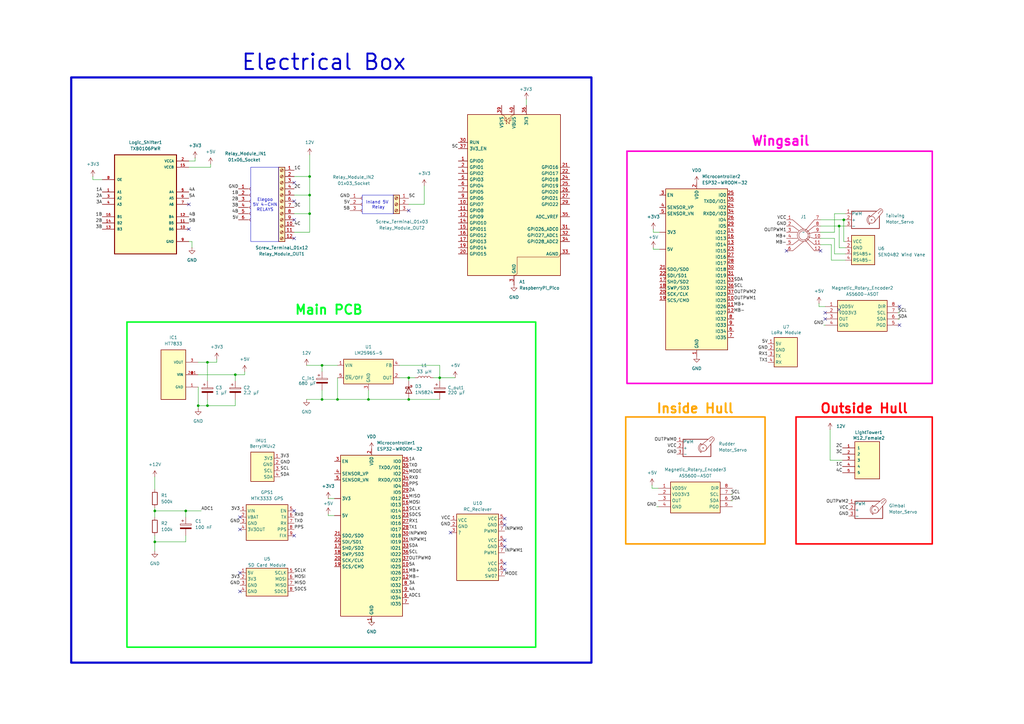
<source format=kicad_sch>
(kicad_sch (version 20250114) (generator "eeschema") (generator_version "9.0")
  (paper "A3")
  (title_block (title "Microtransat Half Scale 2.0 Schematic") (date "2025-09-29") (rev "23") (company "GT Marine Robotics Group"))
  (rectangle (start 326.4841 171.0165) (end 382.3641 223.0865) (stroke (width 0.635) (color 255 0 8 1)))
  (rectangle (start 257.1537 62.0092) (end 382.3641 157.2592) (stroke (width 0.635) (color 255 0 211 1)))
  (rectangle (start 52.07 132.08) (end 219.71 265.43) (stroke (width 0.635) (color 0 255 35 1)))
  (rectangle (start 29.21 31.75) (end 242.57 271.78) (stroke (width 0.889)))
  (rectangle (start 102.87 68.58) (end 114.3 99.06))
  (rectangle (start 256.6341 171.0165) (end 313.7841 223.0865) (stroke (width 0.635) (color 255 158 0 1)))
  (rectangle (start 148.59 80.01) (end 161.29 87.63))
  (text "Wingsail" (at 320.1341 57.9865 0) (effects (font (size 3.81 3.81) (thickness 0.762) (bold yes))))
  (text "Main PCB" (at 134.874 127.254 0) (effects (font (size 3.81 3.81) (thickness 0.762) (bold yes))))
  (text "Inland 5V \nRelay\n" (at 155.194 84.074 0) (effects (font (size 1.27 1.27))))
  (text "Inside Hull" (at 285.0821 167.7145 0) (effects (font (size 3.81 3.81) (thickness 0.762) (bold yes))))
  (text "Outside Hull" (at 354.4241 167.7145 0) (effects (font (size 3.81 3.81) (thickness 0.762) (bold yes))))
  (text "Electrical Box" (at 132.842 25.654 0) (effects (font (size 6.35 6.35) (thickness 0.762) (bold yes))))
  (text "Elegoo\n5V 4-CHN\nRELAYS\n" (at 108.712 84.074 0) (effects (font (size 1.27 1.27))))
  (junction (at 127 80.01))
  (junction (at 344.17 92.71))
  (junction (at 63.5 222.25))
  (junction (at 132.08 163.83))
  (junction (at 346.075 90.17))
  (junction (at 96.52 153.67))
  (junction (at 76.2 209.55))
  (junction (at 151.13 163.83))
  (junction (at 463.55 273.05))
  (junction (at 85.09 166.37))
  (junction (at 180.34 154.94))
  (junction (at 63.5 209.55))
  (junction (at 167.64 163.83))
  (junction (at 132.08 149.86))
  (junction (at 81.28 166.37))
  (junction (at 463.55 280.67))
  (junction (at 127 87.63))
  (junction (at 463.55 288.29))
  (junction (at 138.43 163.83))
  (junction (at 85.09 148.59))
  (junction (at 127 72.39))
  (junction (at 167.64 154.94))
  (no_connect (at 368.935 125.73))
  (no_connect (at 77.47 93.98))
  (no_connect (at 338.455 130.81))
  (no_connect (at 322.58 102.87))
  (no_connect (at 120.65 97.79))
  (no_connect (at 120.65 90.17))
  (no_connect (at 120.65 219.71))
  (no_connect (at 207.01 231.14))
  (no_connect (at 336.55 102.87))
  (no_connect (at 184.785 218.44))
  (no_connect (at 77.47 83.82))
  (no_connect (at 207.01 224.155))
  (no_connect (at 207.01 221.615))
  (no_connect (at 167.64 86.36))
  (no_connect (at 120.65 82.55))
  (no_connect (at 338.455 128.27))
  (no_connect (at 98.425 217.17))
  (no_connect (at 98.425 234.95))
  (no_connect (at 98.425 212.09))
  (no_connect (at 344.17 127))
  (no_connect (at 120.65 74.93))
  (no_connect (at 207.01 215.265))
  (no_connect (at 207.01 212.725))
  (no_connect (at 368.935 133.35))
  (no_connect (at 98.425 242.57))
  (no_connect (at 207.01 233.68))
  (no_connect (at 120.65 209.55))
  (wire (pts (xy 463.55 288.29) (xy 469.9 288.29)))
  (wire (pts (xy 342.265 104.14) (xy 346.71 104.14)))
  (wire (pts (xy 80.01 66.04) (xy 80.01 64.77)))
  (wire (pts (xy 138.43 163.83) (xy 151.13 163.83)))
  (wire (pts (xy 167.64 163.83) (xy 151.13 163.83)))
  (wire (pts (xy 342.265 87.63) (xy 346.71 87.63)))
  (wire (pts (xy 180.34 156.21) (xy 180.34 154.94)))
  (wire (pts (xy 76.2 209.55) (xy 76.2 212.09)))
  (wire (pts (xy 463.55 295.91) (xy 463.55 288.29)))
  (wire (pts (xy 96.52 153.67) (xy 100.33 153.67)))
  (wire (pts (xy 180.34 154.94) (xy 186.69 154.94)))
  (wire (pts (xy 78.74 99.06) (xy 78.74 101.6)))
  (wire (pts (xy 86.36 68.58) (xy 77.47 68.58)))
  (wire (pts (xy 132.08 160.02) (xy 132.08 163.83)))
  (wire (pts (xy 340.995 106.68) (xy 346.71 106.68)))
  (wire (pts (xy 173.99 83.82) (xy 173.99 76.2)))
  (wire (pts (xy 344.17 92.71) (xy 346.71 92.71)))
  (wire (pts (xy 63.5 219.71) (xy 63.5 222.25)))
  (wire (pts (xy 88.9 148.59) (xy 88.9 147.32)))
  (wire (pts (xy 368.935 130.81) (xy 368.3 130.81)))
  (wire (pts (xy 463.55 280.67) (xy 463.55 273.05)))
  (wire (pts (xy 78.74 99.06) (xy 77.47 99.06)))
  (wire (pts (xy 132.08 152.4) (xy 132.08 149.86)))
  (wire (pts (xy 132.08 163.83) (xy 138.43 163.83)))
  (wire (pts (xy 96.52 166.37) (xy 96.52 163.83)))
  (wire (pts (xy 76.2 219.71) (xy 76.2 222.25)))
  (wire (pts (xy 167.64 83.82) (xy 173.99 83.82)))
  (wire (pts (xy 336.55 97.79) (xy 342.265 97.79)))
  (wire (pts (xy 336.55 92.71) (xy 344.17 92.71)))
  (wire (pts (xy 163.83 149.86) (xy 180.34 149.86)))
  (wire (pts (xy 346.075 90.17) (xy 346.075 99.06)))
  (wire (pts (xy 368.935 128.27) (xy 368.3 128.27)))
  (wire (pts (xy 63.5 195.58) (xy 63.5 200.66)))
  (wire (pts (xy 336.55 100.33) (xy 340.995 100.33)))
  (wire (pts (xy 127 72.39) (xy 127 80.01)))
  (wire (pts (xy 85.09 166.37) (xy 96.52 166.37)))
  (wire (pts (xy 170.18 154.94) (xy 167.64 154.94)))
  (wire (pts (xy 127 80.01) (xy 120.65 80.01)))
  (wire (pts (xy 267.97 95.25) (xy 270.51 95.25)))
  (wire (pts (xy 81.28 166.37) (xy 85.09 166.37)))
  (wire (pts (xy 340.4541 176.0965) (xy 340.4541 188.7965)))
  (wire (pts (xy 267.97 102.235) (xy 267.97 101.6)))
  (wire (pts (xy 338.455 133.35) (xy 337.82 133.35)))
  (wire (pts (xy 38.1 73.66) (xy 41.91 73.66)))
  (wire (pts (xy 300.4491 205.3065) (xy 299.8141 205.3065)))
  (wire (pts (xy 267.4291 198.9565) (xy 267.4291 200.2265)))
  (wire (pts (xy 63.5 208.28) (xy 63.5 209.55)))
  (wire (pts (xy 127 63.5) (xy 127 72.39)))
  (wire (pts (xy 151.13 163.83) (xy 151.13 160.02)))
  (wire (pts (xy 270.51 102.235) (xy 267.97 102.235)))
  (wire (pts (xy 81.28 153.67) (xy 96.52 153.67)))
  (wire (pts (xy 125.73 163.83) (xy 132.08 163.83)))
  (wire (pts (xy 77.47 66.04) (xy 80.01 66.04)))
  (wire (pts (xy 81.28 166.37) (xy 81.28 167.64)))
  (wire (pts (xy 463.55 273.05) (xy 469.9 273.05)))
  (wire (pts (xy 132.08 149.86) (xy 138.43 149.86)))
  (wire (pts (xy 76.2 209.55) (xy 82.55 209.55)))
  (wire (pts (xy 167.64 156.21) (xy 167.64 154.94)))
  (wire (pts (xy 463.55 265.43) (xy 469.9 265.43)))
  (wire (pts (xy 127 95.25) (xy 120.65 95.25)))
  (wire (pts (xy 346.71 99.06) (xy 346.075 99.06)))
  (wire (pts (xy 463.55 288.29) (xy 463.55 280.67)))
  (wire (pts (xy 125.73 149.86) (xy 132.08 149.86)))
  (wire (pts (xy 81.28 148.59) (xy 85.09 148.59)))
  (wire (pts (xy 344.17 101.6) (xy 344.17 92.71)))
  (wire (pts (xy 38.1 73.66) (xy 38.1 72.39)))
  (wire (pts (xy 336.55 90.17) (xy 346.075 90.17)))
  (wire (pts (xy 342.265 97.79) (xy 342.265 104.14)))
  (wire (pts (xy 138.43 154.94) (xy 138.43 163.83)))
  (wire (pts (xy 215.9 40.64) (xy 215.9 43.18)))
  (wire (pts (xy 167.64 163.83) (xy 180.34 163.83)))
  (wire (pts (xy 127 80.01) (xy 127 87.63)))
  (wire (pts (xy 86.36 67.31) (xy 86.36 68.58)))
  (wire (pts (xy 300.4491 202.7665) (xy 299.8141 202.7665)))
  (wire (pts (xy 76.2 222.25) (xy 63.5 222.25)))
  (wire (pts (xy 463.55 280.67) (xy 469.9 280.67)))
  (wire (pts (xy 127 87.63) (xy 127 95.25)))
  (wire (pts (xy 127 87.63) (xy 120.65 87.63)))
  (wire (pts (xy 267.97 95.25) (xy 267.97 93.98)))
  (wire (pts (xy 127 72.39) (xy 120.65 72.39)))
  (wire (pts (xy 463.55 273.05) (xy 463.55 265.43)))
  (wire (pts (xy 340.4541 188.7965) (xy 345.5341 188.7965)))
  (wire (pts (xy 163.83 154.94) (xy 167.64 154.94)))
  (wire (pts (xy 346.71 101.6) (xy 344.17 101.6)))
  (wire (pts (xy 81.28 158.75) (xy 81.28 166.37)))
  (wire (pts (xy 346.075 90.17) (xy 346.71 90.17)))
  (wire (pts (xy 134.62 211.455) (xy 134.62 210.82)))
  (wire (pts (xy 335.915 124.46) (xy 335.915 125.73)))
  (wire (pts (xy 267.4291 200.2265) (xy 269.9691 200.2265)))
  (wire (pts (xy 63.5 222.25) (xy 63.5 226.06)))
  (wire (pts (xy 96.52 156.21) (xy 96.52 153.67)))
  (wire (pts (xy 88.9 148.59) (xy 85.09 148.59)))
  (wire (pts (xy 177.8 154.94) (xy 180.34 154.94)))
  (wire (pts (xy 152.4 255.27) (xy 152.4 254)))
  (wire (pts (xy 180.34 149.86) (xy 180.34 154.94)))
  (wire (pts (xy 85.09 148.59) (xy 85.09 156.21)))
  (wire (pts (xy 134.62 204.47) (xy 137.16 204.47)))
  (wire (pts (xy 269.9691 207.8465) (xy 269.3341 207.8465)))
  (wire (pts (xy 342.265 95.25) (xy 342.265 87.63)))
  (wire (pts (xy 63.5 209.55) (xy 63.5 212.09)))
  (wire (pts (xy 137.16 211.455) (xy 134.62 211.455)))
  (wire (pts (xy 63.5 209.55) (xy 76.2 209.55)))
  (wire (pts (xy 335.915 125.73) (xy 338.455 125.73)))
  (wire (pts (xy 100.33 153.67) (xy 100.33 152.4)))
  (wire (pts (xy 85.09 163.83) (xy 85.09 166.37)))
  (wire (pts (xy 336.55 95.25) (xy 342.265 95.25)))
  (wire (pts (xy 340.995 100.33) (xy 340.995 106.68)))
  (label "4A" (at 77.47 78.74 0))
  (label "5A" (at 77.47 81.28 0))
  (label "2C" (at 120.65 77.47 0))
  (label "3A" (at 41.91 83.82 180))
  (label "2B" (at 41.91 91.44 180))
  (label "OUTPWM2" (at 348.0741 206.5765 180))
  (label "VCC" (at 184.785 213.36 180))
  (label "GND" (at 337.82 133.35 180))
  (label "3C" (at 345.5341 186.2565 180))
  (label "3C" (at 120.65 85.09 0))
  (label "INPWM1" (at 207.01 226.695 0))
  (label "PPS" (at 167.64 199.39 0))
  (label "GND" (at 269.3341 207.8465 180))
  (label "VCC" (at 348.0741 209.1165 180))
  (label "5C" (at 167.64 81.28 0))
  (label "INPWM1" (at 167.64 222.25 0))
  (label "SDA" (at 114.935 195.58 0))
  (label "SCL" (at 368.3 128.27 0))
  (label "MB+" (at 167.64 234.95 0))
  (label "MB+" (at 300.99 125.73 0))
  (label "4B" (at 97.79 87.63 180))
  (label "1B" (at 41.91 88.9 180))
  (label "4A" (at 469.9 290.83 180))
  (label "RX0" (at 167.64 196.85 0))
  (label "2C" (at 345.5341 183.7165 180))
  (label "TX1" (at 314.96 148.59 180))
  (label "MB-" (at 322.58 100.33 180))
  (label "GND" (at 277.5891 186.2565 180))
  (label "5C" (at 187.96 60.96 180))
  (label "MISO" (at 167.64 204.47 0))
  (label "TX1" (at 167.64 217.17 0))
  (label "5V" (at 97.79 90.17 180))
  (label "5V" (at 314.96 140.97 180))
  (label "1C" (at 120.65 69.85 0))
  (label "2A" (at 41.91 81.28 180))
  (label "RX0" (at 120.65 212.09 0))
  (label "1A" (at 167.64 189.23 0))
  (label "SDA" (at 299.8141 205.3065 0))
  (label "3A" (at 469.9 283.21 180))
  (label "2A" (at 469.9 275.59 180))
  (label "INPWM0" (at 167.64 219.71 0))
  (label "SCLK" (at 167.64 209.55 0))
  (label "2A" (at 167.64 201.93 0))
  (label "3V3" (at 98.425 237.49 180))
  (label "3V3" (at 114.935 187.96 0))
  (label "ADC1" (at 82.55 209.55 0))
  (label "1A" (at 41.91 78.74 180))
  (label "GND" (at 348.0741 211.6565 180))
  (label "4B" (at 495.3 288.29 0))
  (label "VCC" (at 322.58 90.17 180))
  (label "GND" (at 97.79 77.47 180))
  (label "3V3" (at 98.425 209.55 180))
  (label "5B" (at 143.51 86.36 180))
  (label "GND" (at 184.785 215.9 180))
  (label "VCC" (at 277.5891 183.7165 180))
  (label "OUTPWM0" (at 277.5891 181.1765 180))
  (label "4B" (at 77.47 88.9 0))
  (label "4C" (at 120.65 92.71 0))
  (label "GND" (at 143.51 81.28 180))
  (label "GND" (at 314.96 143.51 180))
  (label "2B" (at 495.3 273.05 0))
  (label "MODE" (at 167.64 194.31 0))
  (label "MOSI" (at 167.64 207.01 0))
  (label "1C" (at 345.5341 191.3365 180))
  (label "SDA" (at 368.3 130.81 0))
  (label "SCLK" (at 120.65 234.95 0))
  (label "4C" (at 345.5341 193.8765 180))
  (label "ADC1" (at 167.64 245.11 0))
  (label "MISO" (at 120.65 240.03 0))
  (label "5B" (at 77.47 91.44 0))
  (label "OUTPWM1" (at 322.58 95.25 180))
  (label "GND" (at 98.425 240.03 180))
  (label "GND" (at 114.935 190.5 0))
  (label "GND" (at 322.58 92.71 180))
  (label "GND" (at 98.425 214.63 180))
  (label "SDA" (at 300.99 115.57 0))
  (label "SDA" (at 167.64 224.79 0))
  (label "2B" (at 97.79 82.55 180))
  (label "MB-" (at 167.64 237.49 0))
  (label "RX1" (at 314.96 146.05 180))
  (label "TX0" (at 167.64 191.77 0))
  (label "3B" (at 41.91 93.98 180))
  (label "MB-" (at 300.99 128.27 0))
  (label "1B" (at 495.3 265.43 0))
  (label "5V" (at 143.51 83.82 180))
  (label "RX1" (at 167.64 214.63 0))
  (label "3B" (at 97.79 85.09 180))
  (label "SCL" (at 300.99 118.11 0))
  (label "OUTPWM2" (at 300.99 120.65 0))
  (label "5A" (at 167.64 232.41 0))
  (label "PPS" (at 120.65 217.17 0))
  (label "OUTPWM1" (at 300.99 123.19 0))
  (label "4A" (at 167.64 242.57 0))
  (label "SDCS" (at 167.64 212.09 0))
  (label "SCL" (at 299.8141 202.7665 0))
  (label "SDCS" (at 120.65 242.57 0))
  (label "3A" (at 167.64 240.03 0))
  (label "MODE" (at 207.01 236.22 0))
  (label "INPWM0" (at 207.01 217.805 0))
  (label "OUTPWM0" (at 167.64 229.87 0))
  (label "MOSI" (at 120.65 237.49 0))
  (label "SCL" (at 167.64 227.33 0))
  (label "1B" (at 97.79 80.01 180))
  (label "1A" (at 469.9 267.97 180))
  (label "SCL" (at 114.935 193.04 0))
  (label "TX0" (at 120.65 214.63 0))
  (label "MB+" (at 322.58 97.79 180))
  (label "3B" (at 495.3 280.67 0))
  (symbol (lib_id "Device:L") (at 173.99 154.94 90) (unit 1)
    (property "Reference" "L1" (at 173.99 149.86 90))
    (property "Value" "33 µH" (at 173.99 152.4 90))
    (property "Description" "Inductor" (effects (hide yes)))
  )
  (symbol (lib_id "AS5600-ASOT:AS5600-ASOT") (at 269.9691 200.2265 0) (unit 1)
    (property "Reference" "Magnetic_Rotary_Encoder3" (at 285.2091 192.6065 0))
    (property "Value" "AS5600-ASOT" (at 285.2091 195.1465 0))
    (property "Footprint" "SOIC127P600X175-8N" (effects (hide yes)))
    (property "Datasheet" "https://datasheet.datasheetarchive.com/originals/distributors/DKDS-11/214624.pdf" (effects (hide yes)))
    (property "Height" "1.75" (effects (hide yes)))
    (property "Manufacturer_Name" "ams OSRAM" (effects (hide yes)))
    (property "Manufacturer_Part_Number" "AS5600-ASOT" (effects (hide yes)))
    (property "Mouser Part Number" "985-AS5600-ASOT" (effects (hide yes)))
    (property "Mouser Price/Stock" "https://www.mouser.co.uk/ProductDetail/ams-OSRAM/AS5600-ASOT?qs=KTMMzrZdriGJpjhsnAEYBA%3D%3D" (effects (hide yes)))
    (property "Arrow Part Number" "AS5600-ASOT" (effects (hide yes)))
    (property "Arrow Price/Stock" "https://www.arrow.com/en/products/as5600-asot/ams-osram?region=nac" (effects (hide yes)))
  )
  (symbol (lib_id "Diode:1N5820") (at 167.64 160.02 270) (unit 1)
    (property "Reference" "D3" (at 170.18 158.4324 90) (effects (justify left)))
    (property "Value" "1N5824" (at 170.18 160.9724 90) (effects (justify left)))
    (property "Footprint" "Diode_THT:D_DO-201AD_P15.24mm_Horizontal" (effects (hide yes)))
    (property "Datasheet" "http://www.vishay.com/docs/88526/1n5820.pdf" (effects (hide yes)))
  )
  (symbol (lib_id "Connector:Screw_Terminal_01x12") (at 115.57 82.55 0) (mirror y) (unit 1)
    (property "Reference" "Relay_Module_OUT1" (at 115.57 104.14 0))
    (property "Value" "Screw_Terminal_01x12" (at 115.57 101.6 0))
    (property "Description" "Generic screw terminal, single row, 01x12, script generated (kicad-library-utils/schlib/autogen/connector/)" (effects (hide yes)))
  )
  (symbol (lib_id "power:+3V3") (at 134.62 204.47 0) (unit 1)
    (property "Reference" "#PWR018" (effects (hide yes)))
    (property "Value" "+3V3" (at 134.62 199.39 0))
    (property "Description" "Power symbol creates a global label with name \"+3V3\"" (effects (hide yes)))
  )
  (symbol (lib_id "power:VDD") (at 285.75 74.93 0) (unit 1)
    (property "Reference" "#PWR026" (effects (hide yes)))
    (property "Value" "VDD" (at 285.75 69.85 0))
    (property "Description" "Power symbol creates a global label with name \"VDD\"" (effects (hide yes)))
  )
  (symbol (lib_id "AS5600-ASOT:AS5600-ASOT") (at 338.455 125.73 0) (unit 1)
    (property "Reference" "Magnetic_Rotary_Encoder2" (at 353.695 118.11 0))
    (property "Value" "AS5600-ASOT" (at 353.695 120.65 0))
    (property "Footprint" "SOIC127P600X175-8N" (effects (hide yes)))
    (property "Datasheet" "https://datasheet.datasheetarchive.com/originals/distributors/DKDS-11/214624.pdf" (effects (hide yes)))
    (property "Height" "1.75" (effects (hide yes)))
    (property "Manufacturer_Name" "ams OSRAM" (effects (hide yes)))
    (property "Manufacturer_Part_Number" "AS5600-ASOT" (effects (hide yes)))
    (property "Mouser Part Number" "985-AS5600-ASOT" (effects (hide yes)))
    (property "Mouser Price/Stock" "https://www.mouser.co.uk/ProductDetail/ams-OSRAM/AS5600-ASOT?qs=KTMMzrZdriGJpjhsnAEYBA%3D%3D" (effects (hide yes)))
    (property "Arrow Part Number" "AS5600-ASOT" (effects (hide yes)))
    (property "Arrow Price/Stock" "https://www.arrow.com/en/products/as5600-asot/ams-osram?region=nac" (effects (hide yes)))
  )
  (symbol (lib_id "Microtransat:MTK3333_GPS") (at 106.68 213.36 0) (unit 1)
    (property "Reference" "GPS1" (at 109.5375 201.93 0))
    (property "Value" "MTK3333 GPS" (at 109.5375 204.47 0))
  )
  (symbol (lib_id "power:+3V3") (at 80.01 64.77 0) (unit 1)
    (property "Reference" "#PWR020" (effects (hide yes)))
    (property "Value" "+3V3" (at 80.01 59.69 0))
    (property "Description" "Power symbol creates a global label with name \"+3V3\"" (effects (hide yes)))
  )
  (symbol (lib_id "Connector:Screw_Terminal_01x03") (at 162.56 83.82 0) (mirror y) (unit 1)
    (property "Reference" "Relay_Module_OUT2" (at 164.846 93.472 0))
    (property "Value" "Screw_Terminal_01x03" (at 164.846 90.932 0))
    (property "Description" "Generic screw terminal, single row, 01x03, script generated (kicad-library-utils/schlib/autogen/connector/)" (effects (hide yes)))
  )
  (symbol (lib_id "Device:R") (at 63.5 215.9 0) (unit 1)
    (property "Reference" "R2" (at 66.04 214.6299 0) (effects (justify left)))
    (property "Value" "100k" (at 66.04 217.1699 0) (effects (justify left)))
    (property "Description" "Resistor" (effects (hide yes)))
  )
  (symbol (lib_id "power:+12V") (at 340.4541 176.0965 0) (unit 1)
    (property "Reference" "#PWR010" (effects (hide yes)))
    (property "Value" "12V" (at 342.9941 174.8264 0) (effects (justify left)))
    (property "Description" "Power symbol creates a global label with name \"+12V\"" (effects (hide yes)))
  )
  (symbol (lib_id "Connector:Conn_01x06_Socket") (at 102.87 82.55 0) (unit 1)
    (property "Reference" "Relay_Module_IN1" (at 92.202 62.992 0) (effects (justify left)))
    (property "Value" "01x06_Socket" (at 93.472 65.532 0) (effects (justify left)))
    (property "Description" "Generic connector, single row, 01x06, script generated" (effects (hide yes)))
  )
  (symbol (lib_id "power:+12V") (at 63.5 195.58 0) (unit 1)
    (property "Reference" "#PWR029" (effects (hide yes)))
    (property "Value" "+12V" (at 63.5 190.5 0))
    (property "Description" "Power symbol creates a global label with name \"+12V\"" (effects (hide yes)))
  )
  (symbol (lib_id "power:GND") (at 63.5 226.06 0) (unit 1)
    (property "Reference" "#PWR032" (effects (hide yes)))
    (property "Value" "GND" (at 63.5 231.14 0))
    (property "Description" "Power symbol creates a global label with name \"GND\" , ground" (effects (hide yes)))
  )
  (symbol (lib_id "power:+5V") (at 86.36 67.31 0) (unit 1)
    (property "Reference" "#PWR021" (effects (hide yes)))
    (property "Value" "+5V" (at 86.36 62.23 0))
    (property "Description" "Power symbol creates a global label with name \"+5V\"" (effects (hide yes)))
  )
  (symbol (lib_id "power:+5V") (at 335.915 124.46 0) (unit 1)
    (property "Reference" "#PWR011" (effects (hide yes)))
    (property "Value" "+5V" (at 335.915 119.38 0))
    (property "Description" "Power symbol creates a global label with name \"+5V\"" (effects (hide yes)))
  )
  (symbol (lib_id "SN74AHCT125N:SN74AHCT125N") (at 482.6 278.13 0) (unit 1)
    (property "Reference" "Logic_Shifter1" (at 482.6 253.746 0))
    (property "Value" "SN74AHCT125N" (at 482.346 256.286 0))
    (property "Footprint" "SN74AHCT125N:DIP794W45P254L1930H508Q14" (effects (hide yes)))
    (property "MF" "Texas Instruments" (effects (hide yes)))
    (property "MAXIMUM_PACKAGE_HEIGHT" "5.08mm" (effects (hide yes)))
    (property "Package" "PDIP-14 Texas Instruments" (effects (hide yes)))
    (property "Price" "None" (effects (hide yes)))
    (property "Check_prices" "https://www.snapeda.com/parts/SN74AHCT125N/Texas+Instruments/view-part/?ref=eda" (effects (hide yes)))
    (property "STANDARD" "Manufacturer Recommendations" (effects (hide yes)))
    (property "PARTREV" "Q" (effects (hide yes)))
    (property "SnapEDA_Link" "https://www.snapeda.com/parts/SN74AHCT125N/Texas+Instruments/view-part/?ref=snap" (effects (hide yes)))
    (property "MP" "SN74AHCT125N" (effects (hide yes)))
    (property "Description_1" "4-ch, 4.5-V to 5.5-V buffers with TTL-compatible CMOS inputs and 3-state outputs" (effects (hide yes)))
    (property "Availability" "In Stock" (effects (hide yes)))
    (property "MANUFACTURER" "Texas Instruments" (effects (hide yes)))
  )
  (symbol (lib_id "power:GND") (at 78.74 101.6 0) (unit 1)
    (property "Reference" "#PWR023" (effects (hide yes)))
    (property "Value" "GND" (at 78.74 106.68 0))
    (property "Description" "Power symbol creates a global label with name \"GND\" , ground" (effects (hide yes)))
  )
  (symbol (lib_id "Device:C_Polarized") (at 132.08 156.21 0) (unit 1)
    (property "Reference" "C_in1" (at 123.698 155.194 0) (effects (justify left)))
    (property "Value" "680 µF" (at 122.428 157.226 0) (effects (justify left)))
    (property "Description" "Polarized capacitor" (effects (hide yes)))
  )
  (symbol (lib_id "Motor:Motor_Servo") (at 354.33 90.17 0) (unit 1)
    (property "Reference" "Tailwing" (at 363.22 88.4668 0) (effects (justify left)))
    (property "Value" "Motor_Servo" (at 363.22 91.0068 0) (effects (justify left)))
    (property "Datasheet" "http://forums.parallax.com/uploads/attachments/46831/74481.png" (effects (hide yes)))
  )
  (symbol (lib_name "ESP32-WROOM-32_1") (lib_id "Microtransat:ESP32-WROOM-32") (at 285.75 110.49 0) (unit 1)
    (property "Reference" "Microcontroller2" (at 287.9441 72.39 0) (effects (justify left)))
    (property "Value" "ESP32-WROOM-32" (at 287.9441 74.93 0) (effects (justify left)))
    (property "Footprint" "RF_Module:ESP32-WROOM-32" (effects (hide yes)))
    (property "Datasheet" "https://www.espressif.com/sites/default/files/documentation/esp32-wroom-32_datasheet_en.pdf" (effects (hide yes)))
  )
  (symbol (lib_id "power:GND") (at 210.82 116.84 0) (unit 1)
    (property "Reference" "#PWR028" (effects (hide yes)))
    (property "Value" "GND" (at 210.82 121.92 0))
    (property "Description" "Power symbol creates a global label with name \"GND\" , ground" (effects (hide yes)))
  )
  (symbol (lib_id "power:GND") (at 463.55 295.91 0) (unit 1)
    (property "Reference" "#PWR06" (effects (hide yes)))
    (property "Value" "GND" (at 463.55 300.99 0))
    (property "Description" "Power symbol creates a global label with name \"GND\" , ground" (effects (hide yes)))
  )
  (symbol (lib_id "power:GND") (at 495.3 295.91 0) (unit 1)
    (property "Reference" "#PWR08" (effects (hide yes)))
    (property "Value" "GND" (at 495.3 300.99 0))
    (property "Description" "Power symbol creates a global label with name \"GND\" , ground" (effects (hide yes)))
  )
  (symbol (lib_id "Microtransat:SD Card Module") (at 106.68 238.76 0) (unit 1)
    (property "Reference" "U5" (at 109.5375 229.235 0))
    (property "Value" "SD Card Module" (at 109.5375 231.775 0))
  )
  (symbol (lib_id "power:+3V3") (at 173.99 76.2 0) (unit 1)
    (property "Reference" "#PWR031" (effects (hide yes)))
    (property "Value" "+3V3" (at 173.99 71.12 0))
    (property "Description" "Power symbol creates a global label with name \"+3V3\"" (effects (hide yes)))
  )
  (symbol (lib_id "power:+12V") (at 127 63.5 0) (unit 1)
    (property "Reference" "#PWR09" (effects (hide yes)))
    (property "Value" "12V" (at 127 58.42 0))
    (property "Description" "Power symbol creates a global label with name \"+12V\"" (effects (hide yes)))
  )
  (symbol (lib_id "CDM1204-05A-FP-F9-67:CDM1204-05A-FP-F9-67") (at 355.6941 188.7965 0) (unit 1)
    (property "Reference" "M12_Female2" (at 349.8521 179.6525 0) (effects (justify left)))
    (property "Value" "LightTower1" (at 350.6141 177.3665 0) (effects (justify left)))
    (property "Footprint" "CDM1204-05A-FP-F9-67:CUI_CDM1204-05A-FP-F9-67" (effects (hide yes)))
    (property "MF" "Same Sky" (effects (hide yes)))
    (property "MAXIMUM_PACKAGE_HEIGHT" "19.5 mm" (effects (hide yes)))
    (property "Package" "None" (effects (hide yes)))
    (property "Price" "None" (effects (hide yes)))
    (property "Check_prices" "https://www.snapeda.com/parts/CDM1204-05A-FP-F9-67/Same+Sky/view-part/?ref=eda" (effects (hide yes)))
    (property "STANDARD" "Manufacturer Recommendations" (effects (hide yes)))
    (property "PARTREV" "1.0" (effects (hide yes)))
    (property "SnapEDA_Link" "https://www.snapeda.com/parts/CDM1204-05A-FP-F9-67/Same+Sky/view-part/?ref=snap" (effects (hide yes)))
    (property "MP" "CDM1204-05A-FP-F9-67" (effects (hide yes)))
    (property "Description_1" "5 Pins, Panel Mount, Front Fastened PG9, A-Coding, Screw Copper Alloy, IP67, M12 Female Circular Connector Jack" (effects (hide yes)))
    (property "Availability" "In Stock" (effects (hide yes)))
    (property "MANUFACTURER" "CUI Devices" (effects (hide yes)))
  )
  (symbol (lib_id "power:GND") (at 152.4 254 0) (unit 1)
    (property "Reference" "#PWR01" (effects (hide yes)))
    (property "Value" "GND" (at 152.4 259.08 0))
    (property "Description" "Power symbol creates a global label with name \"GND\" , ground" (effects (hide yes)))
  )
  (symbol (lib_id "power:GND") (at 125.73 163.83 0) (unit 1)
    (property "Reference" "#PWR05" (effects (hide yes)))
    (property "Value" "GND" (at 125.73 168.91 0))
    (property "Description" "Power symbol creates a global label with name \"GND\" , ground" (effects (hide yes)))
  )
  (symbol (lib_id "power:+3V3") (at 88.9 147.32 0) (unit 1)
    (property "Reference" "#PWR017" (effects (hide yes)))
    (property "Value" "+3V3" (at 88.9 142.24 0))
    (property "Description" "Power symbol creates a global label with name \"+3V3\"" (effects (hide yes)))
  )
  (symbol (lib_id "power:+12V") (at 125.73 149.86 0) (unit 1)
    (property "Reference" "#PWR04" (effects (hide yes)))
    (property "Value" "12V" (at 125.73 144.78 0))
    (property "Description" "Power symbol creates a global label with name \"+12V\"" (effects (hide yes)))
  )
  (symbol (lib_id "Regulator_Switching:LM2596S-5") (at 151.13 152.4 0) (unit 1)
    (property "Reference" "U1" (at 151.13 142.24 0))
    (property "Value" "LM2596S-5" (at 151.13 144.78 0))
    (property "Footprint" "Package_TO_SOT_SMD:TO-263-5_TabPin3" (effects (hide yes)))
    (property "Datasheet" "http://www.ti.com/lit/ds/symlink/lm2596.pdf" (effects (hide yes)))
    (property "Description" "5V 3A Step-Down Voltage Regulator, TO-263" (effects (hide yes)))
  )
  (symbol (lib_id "TXB0106PWR:TXB0106PWR") (at 59.69 83.82 0) (unit 1)
    (property "Reference" "Logic_Shifter1" (at 59.69 58.42 0))
    (property "Value" "TXB0106PWR" (at 59.69 60.96 0))
    (property "Footprint" "TXB0106PWR:SOP65P640X120-16N" (effects (hide yes)))
    (property "MF" "Texas Instruments" (effects (hide yes)))
    (property "Description_1" "6-Bit Bidirectional Voltage-Level Translator with Auto Direction Sensing and +/-15-kV ESD Protect" (effects (hide yes)))
    (property "Package" "TSSOP-16 Texas Instruments" (effects (hide yes)))
    (property "Price" "None" (effects (hide yes)))
    (property "SnapEDA_Link" "https://www.snapeda.com/parts/TXB0106PWR/Texas+Instruments/view-part/?ref=snap" (effects (hide yes)))
    (property "MP" "TXB0106PWR" (effects (hide yes)))
    (property "Availability" "In Stock" (effects (hide yes)))
    (property "Check_prices" "https://www.snapeda.com/parts/TXB0106PWR/Texas+Instruments/view-part/?ref=eda" (effects (hide yes)))
  )
  (symbol (lib_id "power:+5V") (at 495.3 260.35 0) (unit 1)
    (property "Reference" "#PWR07" (effects (hide yes)))
    (property "Value" "5V" (at 495.3 255.27 0))
    (property "Description" "Power symbol creates a global label with name \"+5V\"" (effects (hide yes)))
  )
  (symbol (lib_id "Microtransat:6-wire_Slip_Ring") (at 329.565 96.52 0) (unit 1)
    (property "Reference" "J1" (at 329.565 88.9 0))
    (property "Value" "~" (at 329.565 95.25 0))
  )
  (symbol (lib_id "Microtransat:ESP32-WROOM-32") (at 152.4 219.71 0) (unit 1)
    (property "Reference" "Microcontroller1" (at 154.5941 181.61 0) (effects (justify left)))
    (property "Value" "ESP32-WROOM-32" (at 154.5941 184.15 0) (effects (justify left)))
    (property "Footprint" "RF_Module:ESP32-WROOM-32" (effects (hide yes)))
    (property "Datasheet" "https://www.espressif.com/sites/default/files/documentation/esp32-wroom-32_datasheet_en.pdf" (effects (hide yes)))
  )
  (symbol (lib_id "power:+3V3") (at 38.1 72.39 0) (unit 1)
    (property "Reference" "#PWR022" (effects (hide yes)))
    (property "Value" "+3V3" (at 38.1 67.31 0))
    (property "Description" "Power symbol creates a global label with name \"+3V3\"" (effects (hide yes)))
  )
  (symbol (lib_id "power:+5V") (at 134.62 210.82 0) (unit 1)
    (property "Reference" "#PWR019" (effects (hide yes)))
    (property "Value" "+5V" (at 134.62 206.502 0))
    (property "Description" "Power symbol creates a global label with name \"+5V\"" (effects (hide yes)))
  )
  (symbol (lib_id "Motor:Motor_Servo") (at 285.2091 183.7165 0) (unit 1)
    (property "Reference" "Rudder" (at 294.7341 182.0133 0) (effects (justify left)))
    (property "Value" "Motor_Servo" (at 294.7341 184.5533 0) (effects (justify left)))
    (property "Datasheet" "http://forums.parallax.com/uploads/attachments/46831/74481.png" (effects (hide yes)))
  )
  (symbol (lib_id "Microtransat:BerryIMUv2") (at 106.68 182.88 0) (mirror y) (unit 1)
    (property "Reference" "IMU1" (at 109.474 180.721 0) (effects (justify left)))
    (property "Value" "BerryIMUv2" (at 113.03 183.007 0) (effects (justify left)))
  )
  (symbol (lib_id "power:GND") (at 285.75 146.05 0) (unit 1)
    (property "Reference" "#PWR027" (effects (hide yes)))
    (property "Value" "GND" (at 285.75 151.13 0))
    (property "Description" "Power symbol creates a global label with name \"GND\" , ground" (effects (hide yes)))
  )
  (symbol (lib_id "Device:C_Polarized") (at 76.2 215.9 0) (unit 1)
    (property "Reference" "C1" (at 80.01 213.7409 0) (effects (justify left)))
    (property "Value" "100 nF" (at 80.01 216.2809 0) (effects (justify left)))
    (property "Description" "Polarized capacitor" (effects (hide yes)))
  )
  (symbol (lib_id "power:+5V") (at 267.97 101.6 0) (unit 1)
    (property "Reference" "#PWR025" (effects (hide yes)))
    (property "Value" "+5V" (at 267.97 97.282 0))
    (property "Description" "Power symbol creates a global label with name \"+5V\"" (effects (hide yes)))
  )
  (symbol (lib_id "Microtransat:LoRa Module") (at 323.215 135.89 0) (unit 1)
    (property "Reference" "U7" (at 321.056 134.112 0) (effects (justify left)))
    (property "Value" "LoRa Module" (at 316.23 136.398 0) (effects (justify left)))
  )
  (symbol (lib_id "power:+5V") (at 186.69 154.94 0) (unit 1)
    (property "Reference" "#PWR03" (effects (hide yes)))
    (property "Value" "+5V" (at 186.69 149.86 0))
    (property "Description" "Power symbol creates a global label with name \"+5V\"" (effects (hide yes)))
  )
  (symbol (lib_id "power:+5V") (at 267.4291 198.9565 0) (unit 1)
    (property "Reference" "#PWR014" (effects (hide yes)))
    (property "Value" "+5V" (at 267.4291 193.8765 0))
    (property "Description" "Power symbol creates a global label with name \"+5V\"" (effects (hide yes)))
  )
  (symbol (lib_id "power:+5V") (at 100.33 152.4 0) (unit 1)
    (property "Reference" "#PWR015" (effects (hide yes)))
    (property "Value" "+5V" (at 100.33 147.32 0))
    (property "Description" "Power symbol creates a global label with name \"+5V\"" (effects (hide yes)))
  )
  (symbol (lib_id "power:+3V3") (at 215.9 40.64 0) (unit 1)
    (property "Reference" "#PWR030" (effects (hide yes)))
    (property "Value" "+3V3" (at 215.646 36.576 0))
    (property "Description" "Power symbol creates a global label with name \"+3V3\"" (effects (hide yes)))
  )
  (symbol (lib_id "Motor:Motor_Servo") (at 355.6941 209.1165 0) (unit 1)
    (property "Reference" "Gimbal" (at 364.5841 207.4133 0) (effects (justify left)))
    (property "Value" "Motor_Servo" (at 364.5841 209.9533 0) (effects (justify left)))
    (property "Datasheet" "http://forums.parallax.com/uploads/attachments/46831/74481.png" (effects (hide yes)))
  )
  (symbol (lib_id "Microtransat:RC_Reciever") (at 193.04 217.17 0) (unit 1)
    (property "Reference" "U10" (at 195.8975 206.375 0))
    (property "Value" "RC_Reciever" (at 195.8975 208.915 0))
  )
  (symbol (lib_id "Device:C_Polarized") (at 180.34 160.02 0) (unit 1)
    (property "Reference" "C_out1" (at 183.642 159.004 0) (effects (justify left)))
    (property "Value" "220 µF" (at 183.642 161.036 0) (effects (justify left)))
    (property "Description" "Polarized capacitor" (effects (hide yes)))
  )
  (symbol (lib_id "HT7833:HT7833") (at 76.2 153.67 90) (unit 1)
    (property "Reference" "IC1" (at 71.12 138.43 90))
    (property "Value" "HT7833" (at 71.12 140.97 90))
    (property "Footprint" "HT7833:SOT89" (effects (hide yes)))
    (property "MF" "Holtek Semiconductor" (effects (hide yes)))
    (property "Description_1" "Ldo, High Input Voltage, 3.3V, Sot-23-3 |Multicomp Pro HT7833S" (effects (hide yes)))
    (property "Package" "None" (effects (hide yes)))
    (property "Price" "None" (effects (hide yes)))
    (property "SnapEDA_Link" "https://www.snapeda.com/parts/HT7833/Holtek/view-part/?ref=snap" (effects (hide yes)))
    (property "MP" "HT7833" (effects (hide yes)))
    (property "Availability" "In Stock" (effects (hide yes)))
    (property "Check_prices" "https://www.snapeda.com/parts/HT7833/Holtek/view-part/?ref=eda" (effects (hide yes)))
  )
  (symbol (lib_id "Device:C_Polarized") (at 85.09 160.02 0) (unit 1)
    (property "Reference" "C3" (at 88.392 159.004 0) (effects (justify left)))
    (property "Value" "1 µF" (at 88.392 161.036 0) (effects (justify left)))
    (property "Description" "Polarized capacitor" (effects (hide yes)))
  )
  (symbol (lib_id "Device:C_Polarized") (at 96.52 160.02 0) (unit 1)
    (property "Reference" "C2" (at 99.822 159.004 0) (effects (justify left)))
    (property "Value" "2.2 µF" (at 99.822 161.036 0) (effects (justify left)))
    (property "Description" "Polarized capacitor" (effects (hide yes)))
  )
  (symbol (lib_id "power:+3V3") (at 267.97 93.98 0) (unit 1)
    (property "Reference" "#PWR024" (effects (hide yes)))
    (property "Value" "+3V3" (at 267.97 88.9 0))
    (property "Description" "Power symbol creates a global label with name \"+3V3\"" (effects (hide yes)))
  )
  (symbol (lib_id "power:VDD") (at 152.4 184.15 0) (unit 1)
    (property "Reference" "#PWR02" (effects (hide yes)))
    (property "Value" "VDD" (at 152.4 179.07 0))
    (property "Description" "Power symbol creates a global label with name \"VDD\"" (effects (hide yes)))
  )
  (symbol (lib_id "power:GND") (at 81.28 167.64 0) (unit 1)
    (property "Reference" "#PWR016" (effects (hide yes)))
    (property "Value" "GND" (at 81.28 172.72 0))
    (property "Description" "Power symbol creates a global label with name \"GND\" , ground" (effects (hide yes)))
  )
  (symbol (lib_id "Device:R") (at 63.5 204.47 0) (unit 1)
    (property "Reference" "R1" (at 66.04 203.1999 0) (effects (justify left)))
    (property "Value" "500k" (at 66.04 205.7399 0) (effects (justify left)))
    (property "Description" "Resistor" (effects (hide yes)))
  )
  (symbol (lib_id "Microtransat:SEN0482 Wind Vane") (at 354.965 93.98 0) (unit 1)
    (property "Reference" "U6" (at 360.045 101.9175 0) (effects (justify left)))
    (property "Value" "SEN0482 Wind Vane" (at 360.045 104.4575 0) (effects (justify left)))
  )
  (symbol (lib_id "Connector:Conn_01x03_Socket") (at 148.59 83.82 0) (unit 1)
    (property "Reference" "Relay_Module_IN2" (at 136.398 72.644 0) (effects (justify left)))
    (property "Value" "01x03_Socket" (at 138.43 75.184 0) (effects (justify left)))
    (property "Description" "Generic connector, single row, 01x03, script generated" (effects (hide yes)))
  )
  (symbol (lib_id "MCU_Module:RaspberryPi_Pico") (at 210.82 81.28 0) (unit 1)
    (property "Reference" "A1" (at 212.9633 115.57 0) (effects (justify left)))
    (property "Value" "RaspberryPi_Pico" (at 212.9633 118.11 0) (effects (justify left)))
    (property "Footprint" "Module:RaspberryPi_Pico_Common_Unspecified" (effects (hide yes)))
    (property "Datasheet" "https://datasheets.raspberrypi.com/pico/pico-datasheet.pdf" (effects (hide yes)))
    (property "Description" "Versatile and inexpensive microcontroller module powered by RP2040 dual-core Arm Cortex-M0+ processor up to 133 MHz, 264kB SRAM, 2MB QSPI flash; also supports Raspberry Pi Pico 2" (effects (hide yes)))
  )
  (sheet (at 434.975 -1.27) (size 12.7 10.16) (stroke (width 0.1524))
    (property "Sheetname" "Penetrators" (at 434.975 -1.9816 0) (effects (justify left bottom)))
    (property "Sheetfile" "penetrators.kicad_sch" (at 434.975 9.4746 0) (effects (justify left top)))
  )
)
</source>
